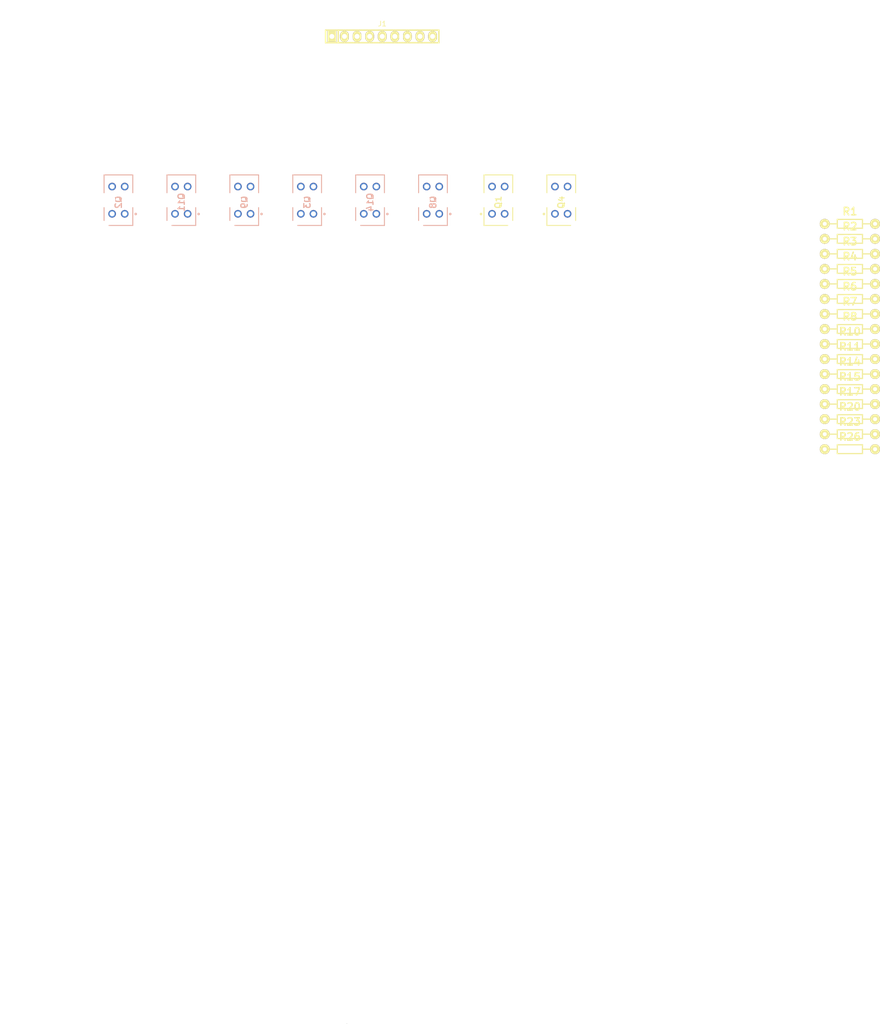
<source format=kicad_pcb>
(kicad_pcb (version 20240108) (generator "pcbnew") (generator_version "8.0")
  (layers (0 "F.Cu" signal) (31 "B.Cu" signal) (34 "B.Paste" user) (35 "F.Paste" user) (36 "B.SilkS" user "B.Silkscreen") (37 "F.SilkS" user "F.Silkscreen") (38 "B.Mask" user) (39 "F.Mask" user) (44 "Edge.Cuts" user))
  (net 0 "")
  (net 1 "/SRCLK")
  (net 2 "/RCLK")
  (net 3 "VCC")
  (net 4 "/Y0")
  (net 5 "/Y1")
  (net 6 "/SER")
  (net 7 "/Y2")
  (net 8 "/Y3")
  (net 9 "GND")
  (net 10 "/Y5")
  (net 11 "Net-(Q2-K)")
  (net 12 "Net-(Q3-K)")
  (net 13 "/Y4")
  (net 14 "Net-(Q8-K)")
  (net 15 "Net-(Q9-K)")
  (net 16 "Net-(Q11-K)")
  (net 17 "Net-(Q14-K)")
  (net 18 "/IN1")
  (net 19 "/IN2")
  (net 20 "/OUT1")
  (net 21 "/OUT2")
  (net 22 "/Y6")
  (net 23 "Net-(Q1-K)")
  (net 24 "/Y7")
  (net 25 "Net-(Q4-K)")
  (footprint "MacroLib:RES0.3" (layer "F.Cu") (at 246.52 80.648)
    (property "Reference" "R5" (at 0 -2.5 0) (layer "F.SilkS") (effects (font (size 1.5 1.5) (thickness 0.3))))
    (property "Value" "10k" (hide yes))
    (fp_line (start -2.54 -0.889) (end -2.54 0.889) (stroke (width 0.254)) (layer "F.SilkS"))
    (fp_line (start -2.54 0) (end -4.191 0) (stroke (width 0.254)) (layer "F.SilkS"))
    (fp_line (start -2.54 0.889) (end 2.54 0.889) (stroke (width 0.254)) (layer "F.SilkS"))
    (fp_line (start 2.54 -0.889) (end -2.54 -0.889) (stroke (width 0.254)) (layer "F.SilkS"))
    (fp_line (start 2.54 0) (end 4.191 0) (stroke (width 0.254)) (layer "F.SilkS"))
    (fp_line (start 2.54 0.889) (end 2.54 -0.889) (stroke (width 0.254)) (layer "F.SilkS"))
    (pad "1" thru_hole circle (at -5.08 0) (size 1.99898 1.99898) (drill 0.8001) (layers "*.Cu" "*.Mask" "F.SilkS") (net 24 "/Y7"))
    (pad "2" thru_hole circle (at 5.08 0) (size 1.99898 1.99898) (drill 0.8001) (layers "*.Cu" "*.Mask" "F.SilkS") (net 9 "GND"))
  )
  (footprint "MacroLib:TCRT5000L" (layer "F.Cu") (at 188.27 63.75 90)
    (property "Reference" "Q4" (at -0.432 -0.015 -90) (layer "F.SilkS") (effects (font (size 1.27 1.27) (thickness 0.254))))
    (property "Value" "TCRT5000" (hide yes))
    (fp_line (start 5.1 -2.9) (end 1.5 -2.9) (stroke (width 0.2)) (layer "F.SilkS"))
    (fp_line (start -5.1 -2.9) (end -1.5 -2.9) (stroke (width 0.2)) (layer "F.SilkS"))
    (fp_line (start -5.1 -2.9) (end -5.1 1.9) (stroke (width 0.2)) (layer "F.SilkS"))
    (fp_line (start 5.1 2.9) (end 5.1 -2.9) (stroke (width 0.2)) (layer "F.SilkS"))
    (fp_line (start 5.1 2.9) (end 1.5 2.9) (stroke (width 0.2)) (layer "F.SilkS"))
    (fp_line (start -1.5 2.9) (end -4.1 2.9) (stroke (width 0.2)) (layer "F.SilkS"))
    (fp_circle (center -2.79 -3.492) (end -2.79 -3.434) (stroke (width 0.2)) (fill none) (layer "F.SilkS"))
    (pad "" np_thru_hole circle (at -4.65 2.45 90) (size 1 1) (drill 1) (layers "*.Cu" "*.Mask"))
    (pad "" np_thru_hole circle (at 0 -1.9 90) (size 2.5 2.5) (drill 2.5) (layers "*.Cu" "*.Mask"))
    (pad "" np_thru_hole circle (at 0 1.9 90) (size 2.5 2.5) (drill 2.5) (layers "*.Cu" "*.Mask"))
    (pad "1" thru_hole circle (at -2.75 -1.27 90) (size 1.55 1.55) (drill 1) (layers "*.Cu" "*.Mask") (net 3 "VCC"))
    (pad "2" thru_hole circle (at -2.75 1.27 90) (size 1.55 1.55) (drill 1) (layers "*.Cu" "*.Mask") (net 24 "/Y7"))
    (pad "3" thru_hole circle (at 2.75 1.27 90) (size 1.55 1.55) (drill 1) (layers "*.Cu" "*.Mask") (net 25 "Net-(Q4-K)"))
    (pad "4" thru_hole circle (at 2.75 -1.27 90) (size 1.55 1.55) (drill 1) (layers "*.Cu" "*.Mask") (net 3 "VCC"))
  )
  (footprint "MacroLib:RES0.3" (layer "F.Cu") (at 246.52 110.968)
    (property "Reference" "R23" (at 0 -2.5 0) (layer "F.SilkS") (effects (font (size 1.5 1.5) (thickness 0.3))))
    (property "Value" "10k" (hide yes))
    (fp_line (start -2.54 -0.889) (end -2.54 0.889) (stroke (width 0.254)) (layer "F.SilkS"))
    (fp_line (start -2.54 0) (end -4.191 0) (stroke (width 0.254)) (layer "F.SilkS"))
    (fp_line (start -2.54 0.889) (end 2.54 0.889) (stroke (width 0.254)) (layer "F.SilkS"))
    (fp_line (start 2.54 -0.889) (end -2.54 -0.889) (stroke (width 0.254)) (layer "F.SilkS"))
    (fp_line (start 2.54 0) (end 4.191 0) (stroke (width 0.254)) (layer "F.SilkS"))
    (fp_line (start 2.54 0.889) (end 2.54 -0.889) (stroke (width 0.254)) (layer "F.SilkS"))
    (pad "1" thru_hole circle (at -5.08 0) (size 1.99898 1.99898) (drill 0.8001) (layers "*.Cu" "*.Mask" "F.SilkS") (net 7 "/Y2"))
    (pad "2" thru_hole circle (at 5.08 0) (size 1.99898 1.99898) (drill 0.8001) (layers "*.Cu" "*.Mask" "F.SilkS") (net 9 "GND"))
  )
  (footprint "MacroLib:RES0.3" (layer "F.Cu") (at 246.52 95.808)
    (property "Reference" "R11" (at 0 -2.5 0) (layer "F.SilkS") (effects (font (size 1.5 1.5) (thickness 0.3))))
    (property "Value" "10k" (hide yes))
    (fp_line (start -2.54 -0.889) (end -2.54 0.889) (stroke (width 0.254)) (layer "F.SilkS"))
    (fp_line (start -2.54 0) (end -4.191 0) (stroke (width 0.254)) (layer "F.SilkS"))
    (fp_line (start -2.54 0.889) (end 2.54 0.889) (stroke (width 0.254)) (layer "F.SilkS"))
    (fp_line (start 2.54 -0.889) (end -2.54 -0.889) (stroke (width 0.254)) (layer "F.SilkS"))
    (fp_line (start 2.54 0) (end 4.191 0) (stroke (width 0.254)) (layer "F.SilkS"))
    (fp_line (start 2.54 0.889) (end 2.54 -0.889) (stroke (width 0.254)) (layer "F.SilkS"))
    (pad "1" thru_hole circle (at -5.08 0) (size 1.99898 1.99898) (drill 0.8001) (layers "*.Cu" "*.Mask" "F.SilkS") (net 10 "/Y5"))
    (pad "2" thru_hole circle (at 5.08 0) (size 1.99898 1.99898) (drill 0.8001) (layers "*.Cu" "*.Mask" "F.SilkS") (net 9 "GND"))
  )
  (footprint "MacroLib:RES0.3" (layer "F.Cu") (at 246.52 114)
    (property "Reference" "R26" (at 0 -2.5 0) (layer "F.SilkS") (effects (font (size 1.5 1.5) (thickness 0.3))))
    (property "Value" "220" (hide yes))
    (fp_line (start -2.54 -0.889) (end -2.54 0.889) (stroke (width 0.254)) (layer "F.SilkS"))
    (fp_line (start -2.54 0) (end -4.191 0) (stroke (width 0.254)) (layer "F.SilkS"))
    (fp_line (start -2.54 0.889) (end 2.54 0.889) (stroke (width 0.254)) (layer "F.SilkS"))
    (fp_line (start 2.54 -0.889) (end -2.54 -0.889) (stroke (width 0.254)) (layer "F.SilkS"))
    (fp_line (start 2.54 0) (end 4.191 0) (stroke (width 0.254)) (layer "F.SilkS"))
    (fp_line (start 2.54 0.889) (end 2.54 -0.889) (stroke (width 0.254)) (layer "F.SilkS"))
    (pad "1" thru_hole circle (at -5.08 0) (size 1.99898 1.99898) (drill 0.8001) (layers "*.Cu" "*.Mask" "F.SilkS") (net 9 "GND"))
    (pad "2" thru_hole circle (at 5.08 0) (size 1.99898 1.99898) (drill 0.8001) (layers "*.Cu" "*.Mask" "F.SilkS") (net 17 "Net-(Q14-K)"))
  )
  (footprint "MacroLib:RES0.3" (layer "F.Cu") (at 246.52 98.84)
    (property "Reference" "R14" (at 0 -2.5 0) (layer "F.SilkS") (effects (font (size 1.5 1.5) (thickness 0.3))))
    (property "Value" "220" (hide yes))
    (fp_line (start -2.54 -0.889) (end -2.54 0.889) (stroke (width 0.254)) (layer "F.SilkS"))
    (fp_line (start -2.54 0) (end -4.191 0) (stroke (width 0.254)) (layer "F.SilkS"))
    (fp_line (start -2.54 0.889) (end 2.54 0.889) (stroke (width 0.254)) (layer "F.SilkS"))
    (fp_line (start 2.54 -0.889) (end -2.54 -0.889) (stroke (width 0.254)) (layer "F.SilkS"))
    (fp_line (start 2.54 0) (end 4.191 0) (stroke (width 0.254)) (layer "F.SilkS"))
    (fp_line (start 2.54 0.889) (end 2.54 -0.889) (stroke (width 0.254)) (layer "F.SilkS"))
    (pad "1" thru_hole circle (at -5.08 0) (size 1.99898 1.99898) (drill 0.8001) (layers "*.Cu" "*.Mask" "F.SilkS") (net 9 "GND"))
    (pad "2" thru_hole circle (at 5.08 0) (size 1.99898 1.99898) (drill 0.8001) (layers "*.Cu" "*.Mask" "F.SilkS") (net 14 "Net-(Q8-K)"))
  )
  (footprint "MacroLib:RES0.3" (layer "F.Cu") (at 246.52 86.712)
    (property "Reference" "R7" (at 0 -2.5 0) (layer "F.SilkS") (effects (font (size 1.5 1.5) (thickness 0.3))))
    (property "Value" "220" (hide yes))
    (fp_line (start -2.54 -0.889) (end -2.54 0.889) (stroke (width 0.254)) (layer "F.SilkS"))
    (fp_line (start -2.54 0) (end -4.191 0) (stroke (width 0.254)) (layer "F.SilkS"))
    (fp_line (start -2.54 0.889) (end 2.54 0.889) (stroke (width 0.254)) (layer "F.SilkS"))
    (fp_line (start 2.54 -0.889) (end -2.54 -0.889) (stroke (width 0.254)) (layer "F.SilkS"))
    (fp_line (start 2.54 0) (end 4.191 0) (stroke (width 0.254)) (layer "F.SilkS"))
    (fp_line (start 2.54 0.889) (end 2.54 -0.889) (stroke (width 0.254)) (layer "F.SilkS"))
    (pad "1" thru_hole circle (at -5.08 0) (size 1.99898 1.99898) (drill 0.8001) (layers "*.Cu" "*.Mask" "F.SilkS") (net 9 "GND"))
    (pad "2" thru_hole circle (at 5.08 0) (size 1.99898 1.99898) (drill 0.8001) (layers "*.Cu" "*.Mask" "F.SilkS") (net 12 "Net-(Q3-K)"))
  )
  (footprint "MacroLib:RES0.3" (layer "F.Cu") (at 246.52 74.584)
    (property "Reference" "R3" (at 0 -2.5 0) (layer "F.SilkS") (effects (font (size 1.5 1.5) (thickness 0.3))))
    (property "Value" "10k" (hide yes))
    (fp_line (start -2.54 -0.889) (end -2.54 0.889) (stroke (width 0.254)) (layer "F.SilkS"))
    (fp_line (start -2.54 0) (end -4.191 0) (stroke (width 0.254)) (layer "F.SilkS"))
    (fp_line (start -2.54 0.889) (end 2.54 0.889) (stroke (width 0.254)) (layer "F.SilkS"))
    (fp_line (start 2.54 -0.889) (end -2.54 -0.889) (stroke (width 0.254)) (layer "F.SilkS"))
    (fp_line (start 2.54 0) (end 4.191 0) (stroke (width 0.254)) (layer "F.SilkS"))
    (fp_line (start 2.54 0.889) (end 2.54 -0.889) (stroke (width 0.254)) (layer "F.SilkS"))
    (pad "1" thru_hole circle (at -5.08 0) (size 1.99898 1.99898) (drill 0.8001) (layers "*.Cu" "*.Mask" "F.SilkS") (net 22 "/Y6"))
    (pad "2" thru_hole circle (at 5.08 0) (size 1.99898 1.99898) (drill 0.8001) (layers "*.Cu" "*.Mask" "F.SilkS") (net 9 "GND"))
  )
  (footprint "MacroLib:TCRT5000L" (layer "F.Cu") (at 175.574284 63.75 90)
    (property "Reference" "Q1" (at -0.432 -0.015 -90) (layer "F.SilkS") (effects (font (size 1.27 1.27) (thickness 0.254))))
    (property "Value" "TCRT5000" (hide yes))
    (fp_line (start 5.1 -2.9) (end 1.5 -2.9) (stroke (width 0.2)) (layer "F.SilkS"))
    (fp_line (start -5.1 -2.9) (end -1.5 -2.9) (stroke (width 0.2)) (layer "F.SilkS"))
    (fp_line (start -5.1 -2.9) (end -5.1 1.9) (stroke (width 0.2)) (layer "F.SilkS"))
    (fp_line (start 5.1 2.9) (end 5.1 -2.9) (stroke (width 0.2)) (layer "F.SilkS"))
    (fp_line (start 5.1 2.9) (end 1.5 2.9) (stroke (width 0.2)) (layer "F.SilkS"))
    (fp_line (start -1.5 2.9) (end -4.1 2.9) (stroke (width 0.2)) (layer "F.SilkS"))
    (fp_circle (center -2.79 -3.492) (end -2.79 -3.434) (stroke (width 0.2)) (fill none) (layer "F.SilkS"))
    (pad "" np_thru_hole circle (at -4.65 2.45 90) (size 1 1) (drill 1) (layers "*.Cu" "*.Mask"))
    (pad "" np_thru_hole circle (at 0 -1.9 90) (size 2.5 2.5) (drill 2.5) (layers "*.Cu" "*.Mask"))
    (pad "" np_thru_hole circle (at 0 1.9 90) (size 2.5 2.5) (drill 2.5) (layers "*.Cu" "*.Mask"))
    (pad "1" thru_hole circle (at -2.75 -1.27 90) (size 1.55 1.55) (drill 1) (layers "*.Cu" "*.Mask") (net 3 "VCC"))
    (pad "2" thru_hole circle (at -2.75 1.27 90) (size 1.55 1.55) (drill 1) (layers "*.Cu" "*.Mask") (net 22 "/Y6"))
    (pad "3" thru_hole circle (at 2.75 1.27 90) (size 1.55 1.55) (drill 1) (layers "*.Cu" "*.Mask") (net 23 "Net-(Q1-K)"))
    (pad "4" thru_hole circle (at 2.75 -1.27 90) (size 1.55 1.55) (drill 1) (layers "*.Cu" "*.Mask") (net 3 "VCC"))
  )
  (footprint "MacroLib:RES0.3" (layer "F.Cu") (at 246.52 101.872)
    (property "Reference" "R15" (at 0 -2.5 0) (layer "F.SilkS") (effects (font (size 1.5 1.5) (thickness 0.3))))
    (property "Value" "220" (hide yes))
    (fp_line (start -2.54 -0.889) (end -2.54 0.889) (stroke (width 0.254)) (layer "F.SilkS"))
    (fp_line (start -2.54 0) (end -4.191 0) (stroke (width 0.254)) (layer "F.SilkS"))
    (fp_line (start -2.54 0.889) (end 2.54 0.889) (stroke (width 0.254)) (layer "F.SilkS"))
    (fp_line (start 2.54 -0.889) (end -2.54 -0.889) (stroke (width 0.254)) (layer "F.SilkS"))
    (fp_line (start 2.54 0) (end 4.191 0) (stroke (width 0.254)) (layer "F.SilkS"))
    (fp_line (start 2.54 0.889) (end 2.54 -0.889) (stroke (width 0.254)) (layer "F.SilkS"))
    (pad "1" thru_hole circle (at -5.08 0) (size 1.99898 1.99898) (drill 0.8001) (layers "*.Cu" "*.Mask" "F.SilkS") (net 9 "GND"))
    (pad "2" thru_hole circle (at 5.08 0) (size 1.99898 1.99898) (drill 0.8001) (layers "*.Cu" "*.Mask" "F.SilkS") (net 15 "Net-(Q9-K)"))
  )
  (footprint "MacroLib:RES0.3" (layer "F.Cu") (at 246.52 92.776)
    (property "Reference" "R10" (at 0 -2.5 0) (layer "F.SilkS") (effects (font (size 1.5 1.5) (thickness 0.3))))
    (property "Value" "10k" (hide yes))
    (fp_line (start -2.54 -0.889) (end -2.54 0.889) (stroke (width 0.254)) (layer "F.SilkS"))
    (fp_line (start -2.54 0) (end -4.191 0) (stroke (width 0.254)) (layer "F.SilkS"))
    (fp_line (start -2.54 0.889) (end 2.54 0.889) (stroke (width 0.254)) (layer "F.SilkS"))
    (fp_line (start 2.54 -0.889) (end -2.54 -0.889) (stroke (width 0.254)) (layer "F.SilkS"))
    (fp_line (start 2.54 0) (end 4.191 0) (stroke (width 0.254)) (layer "F.SilkS"))
    (fp_line (start 2.54 0.889) (end 2.54 -0.889) (stroke (width 0.254)) (layer "F.SilkS"))
    (pad "1" thru_hole circle (at -5.08 0) (size 1.99898 1.99898) (drill 0.8001) (layers "*.Cu" "*.Mask" "F.SilkS") (net 5 "/Y1"))
    (pad "2" thru_hole circle (at 5.08 0) (size 1.99898 1.99898) (drill 0.8001) (layers "*.Cu" "*.Mask" "F.SilkS") (net 9 "GND"))
  )
  (footprint "MacroLib:PIN_STRIP_9" (layer "F.Cu") (at 152.14 30.7)
    (property "Reference" "J1" (at 0 -2.54 0) (layer "F.SilkS"))
    (property "Value" "CONN_01X09")
    (fp_line (start -11.43 -1.27) (end 11.43 -1.27) (stroke (width 0.3048)) (layer "F.SilkS"))
    (fp_line (start -11.43 1.27) (end -11.43 -1.27) (stroke (width 0.3048)) (layer "F.SilkS"))
    (fp_line (start -8.89 -1.27) (end -8.89 1.27) (stroke (width 0.3048)) (layer "F.SilkS"))
    (fp_line (start 11.43 -1.27) (end 11.43 1.27) (stroke (width 0.3048)) (layer "F.SilkS"))
    (fp_line (start 11.43 1.27) (end -11.43 1.27) (stroke (width 0.3048)) (layer "F.SilkS"))
    (pad "1" thru_hole rect (at -10.16 0) (size 1.75 2.19964) (drill 1.00076) (layers "*.Cu" "*.Mask" "F.SilkS") (net 3 "VCC"))
    (pad "2" thru_hole oval (at -7.62 0) (size 1.75 2.19964) (drill 1.00076) (layers "*.Cu" "*.Mask" "F.SilkS") (net 18 "/IN1"))
    (pad "3" thru_hole oval (at -5.08 0) (size 1.75 2.19964) (drill 1.00076) (layers "*.Cu" "*.Mask" "F.SilkS") (net 19 "/IN2"))
    (pad "4" thru_hole oval (at -2.54 0) (size 1.75 2.19964) (drill 1.00076) (layers "*.Cu" "*.Mask" "F.SilkS") (net 6 "/SER"))
    (pad "5" thru_hole oval (at 0 0) (size 1.75 2.19964) (drill 1.00076) (layers "*.Cu" "*.Mask" "F.SilkS") (net 1 "/SRCLK"))
    (pad "6" thru_hole oval (at 2.54 0) (size 1.75 2.19964) (drill 1.00076) (layers "*.Cu" "*.Mask" "F.SilkS") (net 2 "/RCLK"))
    (pad "7" thru_hole oval (at 5.08 0) (size 1.75 2.19964) (drill 1.00076) (layers "*.Cu" "*.Mask" "F.SilkS") (net 20 "/OUT1"))
    (pad "8" thru_hole oval (at 7.62 0) (size 1.75 2.19964) (drill 1.00076) (layers "*.Cu" "*.Mask" "F.SilkS") (net 21 "/OUT2"))
    (pad "9" thru_hole oval (at 10.16 0) (size 1.75 2.19964) (drill 1.00076) (layers "*.Cu" "*.Mask" "F.SilkS") (net 9 "GND"))
  )
  (footprint "MacroLib:RES0.3" (layer "F.Cu") (at 246.52 83.68)
    (property "Reference" "R6" (at 0 -2.5 0) (layer "F.SilkS") (effects (font (size 1.5 1.5) (thickness 0.3))))
    (property "Value" "220" (hide yes))
    (fp_line (start -2.54 -0.889) (end -2.54 0.889) (stroke (width 0.254)) (layer "F.SilkS"))
    (fp_line (start -2.54 0) (end -4.191 0) (stroke (width 0.254)) (layer "F.SilkS"))
    (fp_line (start -2.54 0.889) (end 2.54 0.889) (stroke (width 0.254)) (layer "F.SilkS"))
    (fp_line (start 2.54 -0.889) (end -2.54 -0.889) (stroke (width 0.254)) (layer "F.SilkS"))
    (fp_line (start 2.54 0) (end 4.191 0) (stroke (width 0.254)) (layer "F.SilkS"))
    (fp_line (start 2.54 0.889) (end 2.54 -0.889) (stroke (width 0.254)) (layer "F.SilkS"))
    (pad "1" thru_hole circle (at -5.08 0) (size 1.99898 1.99898) (drill 0.8001) (layers "*.Cu" "*.Mask" "F.SilkS") (net 9 "GND"))
    (pad "2" thru_hole circle (at 5.08 0) (size 1.99898 1.99898) (drill 0.8001) (layers "*.Cu" "*.Mask" "F.SilkS") (net 11 "Net-(Q2-K)"))
  )
  (footprint "MacroLib:RES0.3" (layer "F.Cu") (at 246.52 89.744)
    (property "Reference" "R8" (at 0 -2.5 0) (layer "F.SilkS") (effects (font (size 1.5 1.5) (thickness 0.3))))
    (property "Value" "220" (hide yes))
    (fp_line (start -2.54 -0.889) (end -2.54 0.889) (stroke (width 0.254)) (layer "F.SilkS"))
    (fp_line (start -2.54 0) (end -4.191 0) (stroke (width 0.254)) (layer "F.SilkS"))
    (fp_line (start -2.54 0.889) (end 2.54 0.889) (stroke (width 0.254)) (layer "F.SilkS"))
    (fp_line (start 2.54 -0.889) (end -2.54 -0.889) (stroke (width 0.254)) (layer "F.SilkS"))
    (fp_line (start 2.54 0) (end 4.191 0) (stroke (width 0.254)) (layer "F.SilkS"))
    (fp_line (start 2.54 0.889) (end 2.54 -0.889) (stroke (width 0.254)) (layer "F.SilkS"))
    (pad "1" thru_hole circle (at -5.08 0) (size 1.99898 1.99898) (drill 0.8001) (layers "*.Cu" "*.Mask" "F.SilkS") (net 9 "GND"))
    (pad "2" thru_hole circle (at 5.08 0) (size 1.99898 1.99898) (drill 0.8001) (layers "*.Cu" "*.Mask" "F.SilkS") (net 25 "Net-(Q4-K)"))
  )
  (footprint "MacroLib:RES0.3" (layer "F.Cu") (at 246.52 107.936)
    (property "Reference" "R20" (at 0 -2.5 0) (layer "F.SilkS") (effects (font (size 1.5 1.5) (thickness 0.3))))
    (property "Value" "220" (hide yes))
    (fp_line (start -2.54 -0.889) (end -2.54 0.889) (stroke (width 0.254)) (layer "F.SilkS"))
    (fp_line (start -2.54 0) (end -4.191 0) (stroke (width 0.254)) (layer "F.SilkS"))
    (fp_line (start -2.54 0.889) (end 2.54 0.889) (stroke (width 0.254)) (layer "F.SilkS"))
    (fp_line (start 2.54 -0.889) (end -2.54 -0.889) (stroke (width 0.254)) (layer "F.SilkS"))
    (fp_line (start 2.54 0) (end 4.191 0) (stroke (width 0.254)) (layer "F.SilkS"))
    (fp_line (start 2.54 0.889) (end 2.54 -0.889) (stroke (width 0.254)) (layer "F.SilkS"))
    (pad "1" thru_hole circle (at -5.08 0) (size 1.99898 1.99898) (drill 0.8001) (layers "*.Cu" "*.Mask" "F.SilkS") (net 16 "Net-(Q11-K)"))
    (pad "2" thru_hole circle (at 5.08 0) (size 1.99898 1.99898) (drill 0.8001) (layers "*.Cu" "*.Mask" "F.SilkS") (net 9 "GND"))
  )
  (footprint "MacroLib:RES0.3" (layer "F.Cu") (at 246.52 77.616)
    (property "Reference" "R4" (at 0 -2.5 0) (layer "F.SilkS") (effects (font (size 1.5 1.5) (thickness 0.3))))
    (property "Value" "220" (hide yes))
    (fp_line (start -2.54 -0.889) (end -2.54 0.889) (stroke (width 0.254)) (layer "F.SilkS"))
    (fp_line (start -2.54 0) (end -4.191 0) (stroke (width 0.254)) (layer "F.SilkS"))
    (fp_line (start -2.54 0.889) (end 2.54 0.889) (stroke (width 0.254)) (layer "F.SilkS"))
    (fp_line (start 2.54 -0.889) (end -2.54 -0.889) (stroke (width 0.254)) (layer "F.SilkS"))
    (fp_line (start 2.54 0) (end 4.191 0) (stroke (width 0.254)) (layer "F.SilkS"))
    (fp_line (start 2.54 0.889) (end 2.54 -0.889) (stroke (width 0.254)) (layer "F.SilkS"))
    (pad "1" thru_hole circle (at -5.08 0) (size 1.99898 1.99898) (drill 0.8001) (layers "*.Cu" "*.Mask" "F.SilkS") (net 9 "GND"))
    (pad "2" thru_hole circle (at 5.08 0) (size 1.99898 1.99898) (drill 0.8001) (layers "*.Cu" "*.Mask" "F.SilkS") (net 23 "Net-(Q1-K)"))
  )
  (footprint "MacroLib:RES0.3" (layer "F.Cu") (at 246.52 104.904)
    (property "Reference" "R17" (at 0 -2.5 0) (layer "F.SilkS") (effects (font (size 1.5 1.5) (thickness 0.3))))
    (property "Value" "10k" (hide yes))
    (fp_line (start -2.54 -0.889) (end -2.54 0.889) (stroke (width 0.254)) (layer "F.SilkS"))
    (fp_line (start -2.54 0) (end -4.191 0) (stroke (width 0.254)) (layer "F.SilkS"))
    (fp_line (start -2.54 0.889) (end 2.54 0.889) (stroke (width 0.254)) (layer "F.SilkS"))
    (fp_line (start 2.54 -0.889) (end -2.54 -0.889) (stroke (width 0.254)) (layer "F.SilkS"))
    (fp_line (start 2.54 0) (end 4.191 0) (stroke (width 0.254)) (layer "F.SilkS"))
    (fp_line (start 2.54 0.889) (end 2.54 -0.889) (stroke (width 0.254)) (layer "F.SilkS"))
    (pad "1" thru_hole circle (at -5.08 0) (size 1.99898 1.99898) (drill 0.8001) (layers "*.Cu" "*.Mask" "F.SilkS") (net 8 "/Y3"))
    (pad "2" thru_hole circle (at 5.08 0) (size 1.99898 1.99898) (drill 0.8001) (layers "*.Cu" "*.Mask" "F.SilkS") (net 9 "GND"))
  )
  (footprint "MacroLib:RES0.3" (layer "F.Cu") (at 246.52 71.552)
    (property "Reference" "R2" (at 0 -2.5 0) (layer "F.SilkS") (effects (font (size 1.5 1.5) (thickness 0.3))))
    (property "Value" "10k" (hide yes))
    (fp_line (start -2.54 -0.889) (end -2.54 0.889) (stroke (width 0.254)) (layer "F.SilkS"))
    (fp_line (start -2.54 0) (end -4.191 0) (stroke (width 0.254)) (layer "F.SilkS"))
    (fp_line (start -2.54 0.889) (end 2.54 0.889) (stroke (width 0.254)) (layer "F.SilkS"))
    (fp_line (start 2.54 -0.889) (end -2.54 -0.889) (stroke (width 0.254)) (layer "F.SilkS"))
    (fp_line (start 2.54 0) (end 4.191 0) (stroke (width 0.254)) (layer "F.SilkS"))
    (fp_line (start 2.54 0.889) (end 2.54 -0.889) (stroke (width 0.254)) (layer "F.SilkS"))
    (pad "1" thru_hole circle (at -5.08 0) (size 1.99898 1.99898) (drill 0.8001) (layers "*.Cu" "*.Mask" "F.SilkS") (net 13 "/Y4"))
    (pad "2" thru_hole circle (at 5.08 0) (size 1.99898 1.99898) (drill 0.8001) (layers "*.Cu" "*.Mask" "F.SilkS") (net 9 "GND"))
  )
  (footprint "MacroLib:RES0.3" (layer "F.Cu") (at 246.52 68.52)
    (property "Reference" "R1" (at 0 -2.5 0) (layer "F.SilkS") (effects (font (size 1.5 1.5) (thickness 0.3))))
    (property "Value" "10k" (hide yes))
    (fp_line (start -2.54 -0.889) (end -2.54 0.889) (stroke (width 0.254)) (layer "F.SilkS"))
    (fp_line (start -2.54 0) (end -4.191 0) (stroke (width 0.254)) (layer "F.SilkS"))
    (fp_line (start -2.54 0.889) (end 2.54 0.889) (stroke (width 0.254)) (layer "F.SilkS"))
    (fp_line (start 2.54 -0.889) (end -2.54 -0.889) (stroke (width 0.254)) (layer "F.SilkS"))
    (fp_line (start 2.54 0) (end 4.191 0) (stroke (width 0.254)) (layer "F.SilkS"))
    (fp_line (start 2.54 0.889) (end 2.54 -0.889) (stroke (width 0.254)) (layer "F.SilkS"))
    (pad "1" thru_hole circle (at -5.08 0) (size 1.99898 1.99898) (drill 0.8001) (layers "*.Cu" "*.Mask" "F.SilkS") (net 4 "/Y0"))
    (pad "2" thru_hole circle (at 5.08 0) (size 1.99898 1.99898) (drill 0.8001) (layers "*.Cu" "*.Mask" "F.SilkS") (net 9 "GND"))
  )
  (footprint "MacroLib:TCRT5000L" (layer "B.Cu") (at 136.987142 63.75 90)
    (property "Reference" "Q3" (at -0.432 0.015 90) (layer "B.SilkS") (effects (font (size 1.27 1.27) (thickness 0.254)) (justify mirror)))
    (property "Value" "TCRT5000" (hide yes))
    (fp_line (start 1.5 -2.9) (end 5.1 -2.9) (stroke (width 0.2)) (layer "B.SilkS"))
    (fp_line (start -4.1 -2.9) (end -1.5 -2.9) (stroke (width 0.2)) (layer "B.SilkS"))
    (fp_line (start -5.1 -1.9) (end -5.1 2.9) (stroke (width 0.2)) (layer "B.SilkS"))
    (fp_line (start 5.1 2.9) (end 5.1 -2.9) (stroke (width 0.2)) (layer "B.SilkS"))
    (fp_line (start 1.5 2.9) (end 5.1 2.9) (stroke (width 0.2)) (layer "B.SilkS"))
    (fp_line (start -1.5 2.9) (end -5.1 2.9) (stroke (width 0.2)) (layer "B.SilkS"))
    (fp_circle (center -2.79 3.492) (end -2.79 3.434) (stroke (width 0.2)) (fill none) (layer "B.SilkS"))
    (pad "" np_thru_hole circle (at -4.65 -2.45 90) (size 1 1) (drill 1) (layers "*.Cu" "*.Mask"))
    (pad "" np_thru_hole circle (at 0 -1.9 90) (size 2.5 2.5) (drill 2.5) (layers "*.Cu" "*.Mask"))
    (pad "" np_thru_hole circle (at 0 1.9 90) (size 2.5 2.5) (drill 2.5) (layers "*.Cu" "*.Mask"))
    (pad "1" thru_hole circle (at -2.75 1.27 90) (size 1.55 1.55) (drill 1) (layers "*.Cu" "*.Mask") (net 3 "VCC"))
    (pad "2" thru_hole circle (at -2.75 -1.27 90) (size 1.55 1.55) (drill 1) (layers "*.Cu" "*.Mask") (net 13 "/Y4"))
    (pad "3" thru_hole circle (at 2.75 -1.27 90) (size 1.55 1.55) (drill 1) (layers "*.Cu" "*.Mask") (net 12 "Net-(Q3-K)"))
    (pad "4" thru_hole circle (at 2.75 1.27 90) (size 1.55 1.55) (drill 1) (layers "*.Cu" "*.Mask") (net 3 "VCC"))
  )
  (footprint "MacroLib:TCRT5000L" (layer "B.Cu") (at 98.9 63.75 90)
    (property "Reference" "Q2" (at -0.432 0.015 90) (layer "B.SilkS") (effects (font (size 1.27 1.27) (thickness 0.254)) (justify mirror)))
    (property "Value" "TCRT5000" (hide yes))
    (fp_line (start 1.5 -2.9) (end 5.1 -2.9) (stroke (width 0.2)) (layer "B.SilkS"))
    (fp_line (start -4.1 -2.9) (end -1.5 -2.9) (stroke (width 0.2)) (layer "B.SilkS"))
    (fp_line (start -5.1 -1.9) (end -5.1 2.9) (stroke (width 0.2)) (layer "B.SilkS"))
    (fp_line (start 5.1 2.9) (end 5.1 -2.9) (stroke (width 0.2)) (layer "B.SilkS"))
    (fp_line (start 1.5 2.9) (end 5.1 2.9) (stroke (width 0.2)) (layer "B.SilkS"))
    (fp_line (start -1.5 2.9) (end -5.1 2.9) (stroke (width 0.2)) (layer "B.SilkS"))
    (fp_circle (center -2.79 3.492) (end -2.79 3.434) (stroke (width 0.2)) (fill none) (layer "B.SilkS"))
    (pad "" np_thru_hole circle (at -4.65 -2.45 90) (size 1 1) (drill 1) (layers "*.Cu" "*.Mask"))
    (pad "" np_thru_hole circle (at 0 -1.9 90) (size 2.5 2.5) (drill 2.5) (layers "*.Cu" "*.Mask"))
    (pad "" np_thru_hole circle (at 0 1.9 90) (size 2.5 2.5) (drill 2.5) (layers "*.Cu" "*.Mask"))
    (pad "1" thru_hole circle (at -2.75 1.27 90) (size 1.55 1.55) (drill 1) (layers "*.Cu" "*.Mask") (net 3 "VCC"))
    (pad "2" thru_hole circle (at -2.75 -1.27 90) (size 1.55 1.55) (drill 1) (layers "*.Cu" "*.Mask") (net 4 "/Y0"))
    (pad "3" thru_hole circle (at 2.75 -1.27 90) (size 1.55 1.55) (drill 1) (layers "*.Cu" "*.Mask") (net 11 "Net-(Q2-K)"))
    (pad "4" thru_hole circle (at 2.75 1.27 90) (size 1.55 1.55) (drill 1) (layers "*.Cu" "*.Mask") (net 3 "VCC"))
  )
  (footprint "MacroLib:TCRT5000L" (layer "B.Cu") (at 124.291428 63.75 90)
    (property "Reference" "Q9" (at -0.432 0.015 -90) (layer "B.SilkS") (effects (font (size 1.27 1.27) (thickness 0.254)) (justify mirror)))
    (property "Value" "TCRT5000" (hide yes))
    (fp_line (start 1.5 -2.9) (end 5.1 -2.9) (stroke (width 0.2)) (layer "B.SilkS"))
    (fp_line (start -4.1 -2.9) (end -1.5 -2.9) (stroke (width 0.2)) (layer "B.SilkS"))
    (fp_line (start -5.1 -1.9) (end -5.1 2.9) (stroke (width 0.2)) (layer "B.SilkS"))
    (fp_line (start 5.1 2.9) (end 5.1 -2.9) (stroke (width 0.2)) (layer "B.SilkS"))
    (fp_line (start 1.5 2.9) (end 5.1 2.9) (stroke (width 0.2)) (layer "B.SilkS"))
    (fp_line (start -1.5 2.9) (end -5.1 2.9) (stroke (width 0.2)) (layer "B.SilkS"))
    (fp_circle (center -2.79 3.492) (end -2.79 3.434) (stroke (width 0.2)) (fill none) (layer "B.SilkS"))
    (pad "" np_thru_hole circle (at -4.65 -2.45 90) (size 1 1) (drill 1) (layers "*.Cu" "*.Mask"))
    (pad "" np_thru_hole circle (at 0 -1.9 90) (size 2.5 2.5) (drill 2.5) (layers "*.Cu" "*.Mask"))
    (pad "" np_thru_hole circle (at 0 1.9 90) (size 2.5 2.5) (drill 2.5) (layers "*.Cu" "*.Mask"))
    (pad "1" thru_hole circle (at -2.75 1.27 90) (size 1.55 1.55) (drill 1) (layers "*.Cu" "*.Mask") (net 3 "VCC"))
    (pad "2" thru_hole circle (at -2.75 -1.27 90) (size 1.55 1.55) (drill 1) (layers "*.Cu" "*.Mask") (net 10 "/Y5"))
    (pad "3" thru_hole circle (at 2.75 -1.27 90) (size 1.55 1.55) (drill 1) (layers "*.Cu" "*.Mask") (net 15 "Net-(Q9-K)"))
    (pad "4" thru_hole circle (at 2.75 1.27 90) (size 1.55 1.55) (drill 1) (layers "*.Cu" "*.Mask") (net 3 "VCC"))
  )
  (footprint "MacroLib:TCRT5000L" (layer "B.Cu") (at 111.595714 63.75 90)
    (property "Reference" "Q11" (at -0.432 0.015 90) (layer "B.SilkS") (effects (font (size 1.27 1.27) (thickness 0.254)) (justify mirror)))
    (property "Value" "TCRT5000" (hide yes))
    (fp_line (start 1.5 -2.9) (end 5.1 -2.9) (stroke (width 0.2)) (layer "B.SilkS"))
    (fp_line (start -4.1 -2.9) (end -1.5 -2.9) (stroke (width 0.2)) (layer "B.SilkS"))
    (fp_line (start -5.1 -1.9) (end -5.1 2.9) (stroke (width 0.2)) (layer "B.SilkS"))
    (fp_line (start 5.1 2.9) (end 5.1 -2.9) (stroke (width 0.2)) (layer "B.SilkS"))
    (fp_line (start 1.5 2.9) (end 5.1 2.9) (stroke (width 0.2)) (layer "B.SilkS"))
    (fp_line (start -1.5 2.9) (end -5.1 2.9) (stroke (width 0.2)) (layer "B.SilkS"))
    (fp_circle (center -2.79 3.492) (end -2.79 3.434) (stroke (width 0.2)) (fill none) (layer "B.SilkS"))
    (pad "" np_thru_hole circle (at -4.65 -2.45 90) (size 1 1) (drill 1) (layers "*.Cu" "*.Mask"))
    (pad "" np_thru_hole circle (at 0 -1.9 90) (size 2.5 2.5) (drill 2.5) (layers "*.Cu" "*.Mask"))
    (pad "" np_thru_hole circle (at 0 1.9 90) (size 2.5 2.5) (drill 2.5) (layers "*.Cu" "*.Mask"))
    (pad "1" thru_hole circle (at -2.75 1.27 90) (size 1.55 1.55) (drill 1) (layers "*.Cu" "*.Mask") (net 3 "VCC"))
    (pad "2" thru_hole circle (at -2.75 -1.27 90) (size 1.55 1.55) (drill 1) (layers "*.Cu" "*.Mask") (net 8 "/Y3"))
    (pad "3" thru_hole circle (at 2.75 -1.27 90) (size 1.55 1.55) (drill 1) (layers "*.Cu" "*.Mask") (net 16 "Net-(Q11-K)"))
    (pad "4" thru_hole circle (at 2.75 1.27 90) (size 1.55 1.55) (drill 1) (layers "*.Cu" "*.Mask") (net 3 "VCC"))
  )
  (footprint "MacroLib:TCRT5000L" (layer "B.Cu") (at 149.682856 63.75 90)
    (property "Reference" "Q14" (at -0.432 0.015 90) (layer "B.SilkS") (effects (font (size 1.27 1.27) (thickness 0.254)) (justify mirror)))
    (property "Value" "TCRT5000" (hide yes))
    (fp_line (start 1.5 -2.9) (end 5.1 -2.9) (stroke (width 0.2)) (layer "B.SilkS"))
    (fp_line (start -4.1 -2.9) (end -1.5 -2.9) (stroke (width 0.2)) (layer "B.SilkS"))
    (fp_line (start -5.1 -1.9) (end -5.1 2.9) (stroke (width 0.2)) (layer "B.SilkS"))
    (fp_line (start 5.1 2.9) (end 5.1 -2.9) (stroke (width 0.2)) (layer "B.SilkS"))
    (fp_line (start 1.5 2.9) (end 5.1 2.9) (stroke (width 0.2)) (layer "B.SilkS"))
    (fp_line (start -1.5 2.9) (end -5.1 2.9) (stroke (width 0.2)) (layer "B.SilkS"))
    (fp_circle (center -2.79 3.492) (end -2.79 3.434) (stroke (width 0.2)) (fill none) (layer "B.SilkS"))
    (pad "" np_thru_hole circle (at -4.65 -2.45 90) (size 1 1) (drill 1) (layers "*.Cu" "*.Mask"))
    (pad "" np_thru_hole circle (at 0 -1.9 90) (size 2.5 2.5) (drill 2.5) (layers "*.Cu" "*.Mask"))
    (pad "" np_thru_hole circle (at 0 1.9 90) (size 2.5 2.5) (drill 2.5) (layers "*.Cu" "*.Mask"))
    (pad "1" thru_hole circle (at -2.75 1.27 90) (size 1.55 1.55) (drill 1) (layers "*.Cu" "*.Mask") (net 3 "VCC"))
    (pad "2" thru_hole circle (at -2.75 -1.27 90) (size 1.55 1.55) (drill 1) (layers "*.Cu" "*.Mask") (net 7 "/Y2"))
    (pad "3" thru_hole circle (at 2.75 -1.27 90) (size 1.55 1.55) (drill 1) (layers "*.Cu" "*.Mask") (net 17 "Net-(Q14-K)"))
    (pad "4" thru_hole circle (at 2.75 1.27 90) (size 1.55 1.55) (drill 1) (layers "*.Cu" "*.Mask") (net 3 "VCC"))
  )
  (footprint "MacroLib:TCRT5000L" (layer "B.Cu") (at 162.37857 63.75 90)
    (property "Reference" "Q8" (at -0.432 0.015 90) (layer "B.SilkS") (effects (font (size 1.27 1.27) (thickness 0.254)) (justify mirror)))
    (property "Value" "TCRT5000" (hide yes))
    (fp_line (start 1.5 -2.9) (end 5.1 -2.9) (stroke (width 0.2)) (layer "B.SilkS"))
    (fp_line (start -4.1 -2.9) (end -1.5 -2.9) (stroke (width 0.2)) (layer "B.SilkS"))
    (fp_line (start -5.1 -1.9) (end -5.1 2.9) (stroke (width 0.2)) (layer "B.SilkS"))
    (fp_line (start 5.1 2.9) (end 5.1 -2.9) (stroke (width 0.2)) (layer "B.SilkS"))
    (fp_line (start 1.5 2.9) (end 5.1 2.9) (stroke (width 0.2)) (layer "B.SilkS"))
    (fp_line (start -1.5 2.9) (end -5.1 2.9) (stroke (width 0.2)) (layer "B.SilkS"))
    (fp_circle (center -2.79 3.492) (end -2.79 3.434) (stroke (width 0.2)) (fill none) (layer "B.SilkS"))
    (pad "" np_thru_hole circle (at -4.65 -2.45 90) (size 1 1) (drill 1) (layers "*.Cu" "*.Mask"))
    (pad "" np_thru_hole circle (at 0 -1.9 90) (size 2.5 2.5) (drill 2.5) (layers "*.Cu" "*.Mask"))
    (pad "" np_thru_hole circle (at 0 1.9 90) (size 2.5 2.5) (drill 2.5) (layers "*.Cu" "*.Mask"))
    (pad "1" thru_hole circle (at -2.75 1.27 90) (size 1.55 1.55) (drill 1) (layers "*.Cu" "*.Mask") (net 3 "VCC"))
    (pad "2" thru_hole circle (at -2.75 -1.27 90) (size 1.55 1.55) (drill 1) (layers "*.Cu" "*.Mask") (net 5 "/Y1"))
    (pad "3" thru_hole circle (at 2.75 -1.27 90) (size 1.55 1.55) (drill 1) (layers "*.Cu" "*.Mask") (net 14 "Net-(Q8-K)"))
    (pad "4" thru_hole circle (at 2.75 1.27 90) (size 1.55 1.55) (drill 1) (layers "*.Cu" "*.Mask") (net 3 "VCC"))
  )
  (gr_circle (center 145 230) (end 145 230) (stroke (width 0.1)) (fill none) (layer "Edge.Cuts"))
)
</source>
